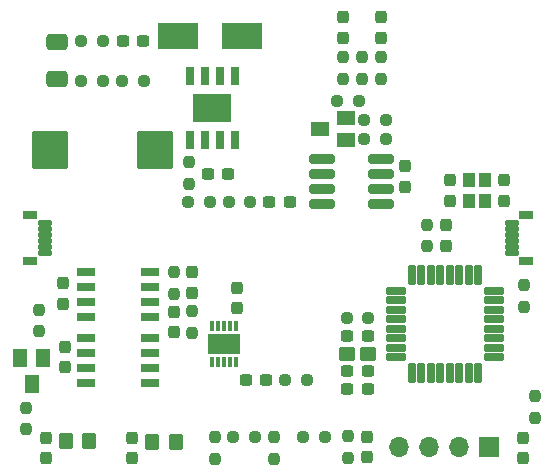
<source format=gbr>
%TF.GenerationSoftware,KiCad,Pcbnew,(5.99.0-12980-gcf6acae791)*%
%TF.CreationDate,2022-01-10T14:37:02+01:00*%
%TF.ProjectId,GRIPPER_TWO_ADVANCED_CONTROL_BOARD,47524950-5045-4525-9f54-574f5f414456,rev?*%
%TF.SameCoordinates,Original*%
%TF.FileFunction,Soldermask,Top*%
%TF.FilePolarity,Negative*%
%FSLAX46Y46*%
G04 Gerber Fmt 4.6, Leading zero omitted, Abs format (unit mm)*
G04 Created by KiCad (PCBNEW (5.99.0-12980-gcf6acae791)) date 2022-01-10 14:37:02*
%MOMM*%
%LPD*%
G01*
G04 APERTURE LIST*
G04 Aperture macros list*
%AMRoundRect*
0 Rectangle with rounded corners*
0 $1 Rounding radius*
0 $2 $3 $4 $5 $6 $7 $8 $9 X,Y pos of 4 corners*
0 Add a 4 corners polygon primitive as box body*
4,1,4,$2,$3,$4,$5,$6,$7,$8,$9,$2,$3,0*
0 Add four circle primitives for the rounded corners*
1,1,$1+$1,$2,$3*
1,1,$1+$1,$4,$5*
1,1,$1+$1,$6,$7*
1,1,$1+$1,$8,$9*
0 Add four rect primitives between the rounded corners*
20,1,$1+$1,$2,$3,$4,$5,0*
20,1,$1+$1,$4,$5,$6,$7,0*
20,1,$1+$1,$6,$7,$8,$9,0*
20,1,$1+$1,$8,$9,$2,$3,0*%
G04 Aperture macros list end*
%ADD10RoundRect,0.312200X-1.248800X-1.313300X1.248800X-1.313300X1.248800X1.313300X-1.248800X1.313300X0*%
%ADD11RoundRect,0.237500X-0.237500X0.300000X-0.237500X-0.300000X0.237500X-0.300000X0.237500X0.300000X0*%
%ADD12RoundRect,0.237500X-0.250000X-0.237500X0.250000X-0.237500X0.250000X0.237500X-0.250000X0.237500X0*%
%ADD13RoundRect,0.237500X-0.300000X-0.237500X0.300000X-0.237500X0.300000X0.237500X-0.300000X0.237500X0*%
%ADD14RoundRect,0.237500X0.237500X-0.300000X0.237500X0.300000X-0.237500X0.300000X-0.237500X-0.300000X0*%
%ADD15RoundRect,0.237500X0.250000X0.237500X-0.250000X0.237500X-0.250000X-0.237500X0.250000X-0.237500X0*%
%ADD16RoundRect,0.237500X0.237500X-0.287500X0.237500X0.287500X-0.237500X0.287500X-0.237500X-0.287500X0*%
%ADD17RoundRect,0.237500X-0.237500X0.250000X-0.237500X-0.250000X0.237500X-0.250000X0.237500X0.250000X0*%
%ADD18R,1.528000X0.650000*%
%ADD19R,0.300000X0.850000*%
%ADD20R,2.700000X1.750000*%
%ADD21RoundRect,0.250000X0.650000X-0.412500X0.650000X0.412500X-0.650000X0.412500X-0.650000X-0.412500X0*%
%ADD22RoundRect,0.237500X-0.237500X0.287500X-0.237500X-0.287500X0.237500X-0.287500X0.237500X0.287500X0*%
%ADD23RoundRect,0.101600X0.700000X-0.500000X0.700000X0.500000X-0.700000X0.500000X-0.700000X-0.500000X0*%
%ADD24RoundRect,0.101600X-0.500000X-0.260000X0.500000X-0.260000X0.500000X0.260000X-0.500000X0.260000X0*%
%ADD25RoundRect,0.101600X-0.450000X-0.150000X0.450000X-0.150000X0.450000X0.150000X-0.450000X0.150000X0*%
%ADD26R,1.000000X1.150000*%
%ADD27RoundRect,0.237500X0.300000X0.237500X-0.300000X0.237500X-0.300000X-0.237500X0.300000X-0.237500X0*%
%ADD28RoundRect,0.250000X0.350000X0.450000X-0.350000X0.450000X-0.350000X-0.450000X0.350000X-0.450000X0*%
%ADD29RoundRect,0.101600X0.500000X0.260000X-0.500000X0.260000X-0.500000X-0.260000X0.500000X-0.260000X0*%
%ADD30RoundRect,0.101600X0.450000X0.150000X-0.450000X0.150000X-0.450000X-0.150000X0.450000X-0.150000X0*%
%ADD31RoundRect,0.170350X-0.206250X0.711250X-0.206250X-0.711250X0.206250X-0.711250X0.206250X0.711250X0*%
%ADD32RoundRect,0.170350X-0.711250X-0.206250X0.711250X-0.206250X0.711250X0.206250X-0.711250X0.206250X0*%
%ADD33RoundRect,0.170350X0.206250X-0.711250X0.206250X0.711250X-0.206250X0.711250X-0.206250X-0.711250X0*%
%ADD34RoundRect,0.170350X0.711250X0.206250X-0.711250X0.206250X-0.711250X-0.206250X0.711250X-0.206250X0*%
%ADD35R,3.500000X2.300000*%
%ADD36RoundRect,0.237500X0.237500X-0.250000X0.237500X0.250000X-0.237500X0.250000X-0.237500X-0.250000X0*%
%ADD37R,1.700000X1.700000*%
%ADD38O,1.700000X1.700000*%
%ADD39RoundRect,0.101600X0.500000X0.700000X-0.500000X0.700000X-0.500000X-0.700000X0.500000X-0.700000X0*%
%ADD40R,0.700000X1.525000*%
%ADD41R,3.200000X2.400000*%
%ADD42RoundRect,0.176600X0.910000X0.225000X-0.910000X0.225000X-0.910000X-0.225000X0.910000X-0.225000X0*%
%ADD43RoundRect,0.101600X-0.550000X-0.500000X0.550000X-0.500000X0.550000X0.500000X-0.550000X0.500000X0*%
G04 APERTURE END LIST*
D10*
%TO.C,L2*%
X152229000Y-96200000D03*
X161171000Y-96200000D03*
%TD*%
D11*
%TO.C,C9*%
X153400000Y-107437500D03*
X153400000Y-109162500D03*
%TD*%
D12*
%TO.C,R26*%
X154887500Y-86900000D03*
X156712500Y-86900000D03*
%TD*%
D13*
%TO.C,C6*%
X168837500Y-115600000D03*
X170562500Y-115600000D03*
%TD*%
D14*
%TO.C,C11*%
X162800000Y-111562500D03*
X162800000Y-109837500D03*
%TD*%
D12*
%TO.C,R25*%
X158387500Y-90300000D03*
X160212500Y-90300000D03*
%TD*%
D15*
%TO.C,R29*%
X165812500Y-100600000D03*
X163987500Y-100600000D03*
%TD*%
D16*
%TO.C,D4*%
X151900000Y-122275000D03*
X151900000Y-120525000D03*
%TD*%
D17*
%TO.C,R20*%
X180300000Y-88287500D03*
X180300000Y-90112500D03*
%TD*%
%TO.C,R9*%
X151300000Y-109687500D03*
X151300000Y-111512500D03*
%TD*%
D18*
%TO.C,U3*%
X160711000Y-115905000D03*
X160711000Y-114635000D03*
X160711000Y-113365000D03*
X160711000Y-112095000D03*
X155289000Y-112095000D03*
X155289000Y-113365000D03*
X155289000Y-114635000D03*
X155289000Y-115905000D03*
%TD*%
D16*
%TO.C,D2*%
X180300000Y-86675000D03*
X180300000Y-84925000D03*
%TD*%
%TO.C,D1*%
X177100000Y-86675000D03*
X177100000Y-84925000D03*
%TD*%
D12*
%TO.C,R24*%
X154887500Y-90300000D03*
X156712500Y-90300000D03*
%TD*%
D13*
%TO.C,C5*%
X177437500Y-116400000D03*
X179162500Y-116400000D03*
%TD*%
D17*
%TO.C,R5*%
X162800000Y-106487500D03*
X162800000Y-108312500D03*
%TD*%
D15*
%TO.C,R28*%
X169212500Y-100600000D03*
X167387500Y-100600000D03*
%TD*%
D19*
%TO.C,U2*%
X168000000Y-111100000D03*
X167500000Y-111100000D03*
X167000000Y-111100000D03*
X166500000Y-111100000D03*
X166000000Y-111100000D03*
X166000000Y-114100000D03*
X166500000Y-114100000D03*
X167000000Y-114100000D03*
X167500000Y-114100000D03*
X168000000Y-114100000D03*
D20*
X167000000Y-112600000D03*
%TD*%
D15*
%TO.C,R21*%
X180712500Y-95200000D03*
X178887500Y-95200000D03*
%TD*%
D21*
%TO.C,C12*%
X152900000Y-90162500D03*
X152900000Y-87037500D03*
%TD*%
D17*
%TO.C,R6*%
X164300000Y-109787500D03*
X164300000Y-111612500D03*
%TD*%
D11*
%TO.C,C1*%
X190700000Y-98737500D03*
X190700000Y-100462500D03*
%TD*%
D15*
%TO.C,R11*%
X174012500Y-115600000D03*
X172187500Y-115600000D03*
%TD*%
D22*
%TO.C,D3*%
X164300000Y-106525000D03*
X164300000Y-108275000D03*
%TD*%
D23*
%TO.C,Q2*%
X177300000Y-93450000D03*
X175100000Y-94400000D03*
X177300000Y-95350000D03*
%TD*%
D24*
%TO.C,J3*%
X192600000Y-101650000D03*
D25*
X191400000Y-102350000D03*
X191400000Y-102850000D03*
X191400000Y-103350000D03*
X191400000Y-103850000D03*
X191400000Y-104350000D03*
X191400000Y-104850000D03*
D24*
X192600000Y-105550000D03*
%TD*%
D11*
%TO.C,C8*%
X153500000Y-112837500D03*
X153500000Y-114562500D03*
%TD*%
D15*
%TO.C,R4*%
X175512500Y-120500000D03*
X173687500Y-120500000D03*
%TD*%
D26*
%TO.C,X1*%
X189100000Y-100475000D03*
X189100000Y-98725000D03*
X187700000Y-98725000D03*
X187700000Y-100475000D03*
%TD*%
D17*
%TO.C,R17*%
X177100000Y-88287500D03*
X177100000Y-90112500D03*
%TD*%
D27*
%TO.C,C13*%
X160162500Y-86900000D03*
X158437500Y-86900000D03*
%TD*%
D13*
%TO.C,C15*%
X170837500Y-100600000D03*
X172562500Y-100600000D03*
%TD*%
D16*
%TO.C,D8*%
X159200000Y-122275000D03*
X159200000Y-120525000D03*
%TD*%
D17*
%TO.C,R2*%
X171200000Y-120487500D03*
X171200000Y-122312500D03*
%TD*%
D13*
%TO.C,C4*%
X177437500Y-114900000D03*
X179162500Y-114900000D03*
%TD*%
D17*
%TO.C,R10*%
X184200000Y-102487500D03*
X184200000Y-104312500D03*
%TD*%
%TO.C,R8*%
X150200000Y-117987500D03*
X150200000Y-119812500D03*
%TD*%
D14*
%TO.C,C10*%
X182300000Y-99262500D03*
X182300000Y-97537500D03*
%TD*%
D28*
%TO.C,R30*%
X162900000Y-120900000D03*
X160900000Y-120900000D03*
%TD*%
D29*
%TO.C,J2*%
X150600000Y-105550000D03*
D30*
X151800000Y-104850000D03*
X151800000Y-104350000D03*
X151800000Y-103850000D03*
X151800000Y-103350000D03*
X151800000Y-102850000D03*
X151800000Y-102350000D03*
D29*
X150600000Y-101650000D03*
%TD*%
D31*
%TO.C,U1*%
X188500000Y-106720000D03*
X187700000Y-106720000D03*
X186900000Y-106720000D03*
X186100000Y-106720000D03*
X185300000Y-106720000D03*
X184500000Y-106720000D03*
X183700000Y-106720000D03*
X182900000Y-106720000D03*
D32*
X181520000Y-108100000D03*
X181520000Y-108900000D03*
X181520000Y-109700000D03*
X181520000Y-110500000D03*
X181520000Y-111300000D03*
X181520000Y-112100000D03*
X181520000Y-112900000D03*
X181520000Y-113700000D03*
D33*
X182900000Y-115080000D03*
X183700000Y-115080000D03*
X184500000Y-115080000D03*
X185300000Y-115080000D03*
X186100000Y-115080000D03*
X186900000Y-115080000D03*
X187700000Y-115080000D03*
X188500000Y-115080000D03*
D34*
X189880000Y-113700000D03*
X189880000Y-112900000D03*
X189880000Y-112100000D03*
X189880000Y-111300000D03*
X189880000Y-110500000D03*
X189880000Y-109700000D03*
X189880000Y-108900000D03*
X189880000Y-108100000D03*
%TD*%
D22*
%TO.C,D6*%
X192300000Y-120525000D03*
X192300000Y-122275000D03*
%TD*%
D35*
%TO.C,D7*%
X168500000Y-86500000D03*
X163100000Y-86500000D03*
%TD*%
D15*
%TO.C,R7*%
X179212500Y-110400000D03*
X177387500Y-110400000D03*
%TD*%
D17*
%TO.C,R16*%
X178700000Y-88287500D03*
X178700000Y-90112500D03*
%TD*%
D12*
%TO.C,R3*%
X167787500Y-120500000D03*
X169612500Y-120500000D03*
%TD*%
D17*
%TO.C,R22*%
X177500000Y-120387500D03*
X177500000Y-122212500D03*
%TD*%
D14*
%TO.C,C2*%
X186100000Y-100462500D03*
X186100000Y-98737500D03*
%TD*%
D16*
%TO.C,D5*%
X179100000Y-122175000D03*
X179100000Y-120425000D03*
%TD*%
D14*
%TO.C,C22*%
X185800000Y-104262500D03*
X185800000Y-102537500D03*
%TD*%
D17*
%TO.C,R23*%
X193300000Y-116987500D03*
X193300000Y-118812500D03*
%TD*%
D14*
%TO.C,C7*%
X168100000Y-109562500D03*
X168100000Y-107837500D03*
%TD*%
D36*
%TO.C,R1*%
X166200000Y-122312500D03*
X166200000Y-120487500D03*
%TD*%
D17*
%TO.C,R27*%
X164000000Y-97187500D03*
X164000000Y-99012500D03*
%TD*%
D27*
%TO.C,C3*%
X179162500Y-111900000D03*
X177437500Y-111900000D03*
%TD*%
D18*
%TO.C,U6*%
X160722000Y-110305000D03*
X160722000Y-109035000D03*
X160722000Y-107765000D03*
X160722000Y-106495000D03*
X155300000Y-106495000D03*
X155300000Y-107765000D03*
X155300000Y-109035000D03*
X155300000Y-110305000D03*
%TD*%
D36*
%TO.C,R13*%
X192400000Y-109412500D03*
X192400000Y-107587500D03*
%TD*%
D13*
%TO.C,C14*%
X165637500Y-98200000D03*
X167362500Y-98200000D03*
%TD*%
D37*
%TO.C,J1*%
X189400000Y-121300000D03*
D38*
X186860000Y-121300000D03*
X184320000Y-121300000D03*
X181780000Y-121300000D03*
%TD*%
D15*
%TO.C,R19*%
X180712500Y-93600000D03*
X178887500Y-93600000D03*
%TD*%
D39*
%TO.C,Q1*%
X151650000Y-113800000D03*
X149750000Y-113800000D03*
X150700000Y-116000000D03*
%TD*%
D28*
%TO.C,R14*%
X155600000Y-120800000D03*
X153600000Y-120800000D03*
%TD*%
D15*
%TO.C,R18*%
X178412500Y-92000000D03*
X176587500Y-92000000D03*
%TD*%
D40*
%TO.C,IC1*%
X167905000Y-89888000D03*
X166635000Y-89888000D03*
X165365000Y-89888000D03*
X164095000Y-89888000D03*
X164095000Y-95312000D03*
X165365000Y-95312000D03*
X166635000Y-95312000D03*
X167905000Y-95312000D03*
D41*
X166000000Y-92600000D03*
%TD*%
D42*
%TO.C,U4*%
X180270000Y-100705000D03*
X180270000Y-99435000D03*
X180270000Y-98165000D03*
X180270000Y-96895000D03*
X175330000Y-96895000D03*
X175330000Y-98165000D03*
X175330000Y-99435000D03*
X175330000Y-100705000D03*
%TD*%
D43*
%TO.C,L1*%
X177450000Y-113400000D03*
X179150000Y-113400000D03*
%TD*%
M02*

</source>
